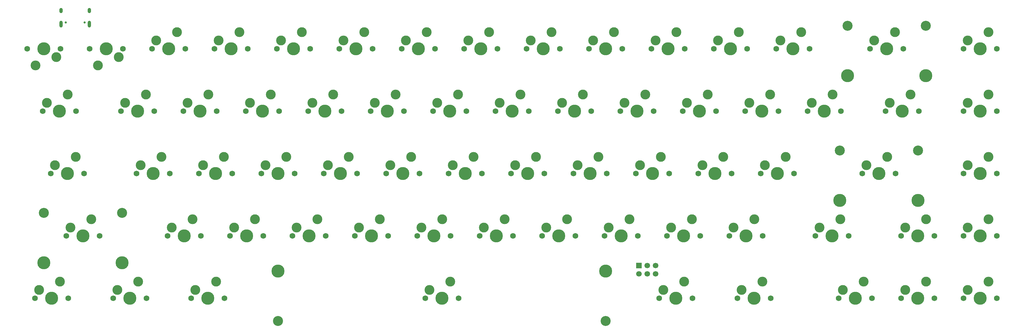
<source format=gbr>
G04 #@! TF.GenerationSoftware,KiCad,Pcbnew,(5.1.12)-1*
G04 #@! TF.CreationDate,2022-01-22T22:18:12+07:00*
G04 #@! TF.ProjectId,PCB,5043422e-6b69-4636-9164-5f7063625858,rev?*
G04 #@! TF.SameCoordinates,Original*
G04 #@! TF.FileFunction,Soldermask,Top*
G04 #@! TF.FilePolarity,Negative*
%FSLAX46Y46*%
G04 Gerber Fmt 4.6, Leading zero omitted, Abs format (unit mm)*
G04 Created by KiCad (PCBNEW (5.1.12)-1) date 2022-01-22 22:18:12*
%MOMM*%
%LPD*%
G01*
G04 APERTURE LIST*
%ADD10C,1.750000*%
%ADD11C,3.000000*%
%ADD12C,3.987800*%
%ADD13C,3.048000*%
%ADD14C,0.650000*%
%ADD15O,1.000000X2.100000*%
%ADD16O,1.000000X1.600000*%
%ADD17R,1.700000X1.700000*%
%ADD18C,1.700000*%
G04 APERTURE END LIST*
D10*
X231298750Y-109537500D03*
X221138750Y-109537500D03*
D11*
X222408750Y-106997500D03*
D12*
X226218750Y-109537500D03*
D11*
X228758750Y-104457500D03*
D10*
X40798750Y-109537500D03*
X30638750Y-109537500D03*
D11*
X31908750Y-106997500D03*
D12*
X35718750Y-109537500D03*
D11*
X38258750Y-104457500D03*
D12*
X104781350Y-101282500D03*
X204781150Y-101282500D03*
D13*
X104781350Y-116522500D03*
X204781150Y-116522500D03*
D10*
X159861250Y-109537500D03*
X149701250Y-109537500D03*
D11*
X150971250Y-106997500D03*
D12*
X154781250Y-109537500D03*
D11*
X157321250Y-104457500D03*
D14*
X45752500Y-25300000D03*
X39972500Y-25300000D03*
D15*
X38542500Y-25830000D03*
X47182500Y-25830000D03*
D16*
X38542500Y-21650000D03*
X47182500Y-21650000D03*
D10*
X324167500Y-109537500D03*
X314007500Y-109537500D03*
D11*
X315277500Y-106997500D03*
D12*
X319087500Y-109537500D03*
D11*
X321627500Y-104457500D03*
D10*
X305117500Y-109537500D03*
X294957500Y-109537500D03*
D11*
X296227500Y-106997500D03*
D12*
X300037500Y-109537500D03*
D11*
X302577500Y-104457500D03*
D10*
X286067500Y-109537500D03*
X275907500Y-109537500D03*
D11*
X277177500Y-106997500D03*
D12*
X280987500Y-109537500D03*
D11*
X283527500Y-104457500D03*
D10*
X255111250Y-109537500D03*
X244951250Y-109537500D03*
D11*
X246221250Y-106997500D03*
D12*
X250031250Y-109537500D03*
D11*
X252571250Y-104457500D03*
D10*
X88423750Y-109537500D03*
X78263750Y-109537500D03*
D11*
X79533750Y-106997500D03*
D12*
X83343750Y-109537500D03*
D11*
X85883750Y-104457500D03*
D10*
X64611250Y-109537500D03*
X54451250Y-109537500D03*
D11*
X55721250Y-106997500D03*
D12*
X59531250Y-109537500D03*
D11*
X62071250Y-104457500D03*
D10*
X324167500Y-90487500D03*
X314007500Y-90487500D03*
D11*
X315277500Y-87947500D03*
D12*
X319087500Y-90487500D03*
D11*
X321627500Y-85407500D03*
D10*
X305117500Y-90487500D03*
X294957500Y-90487500D03*
D11*
X296227500Y-87947500D03*
D12*
X300037500Y-90487500D03*
D11*
X302577500Y-85407500D03*
D10*
X278923750Y-90487500D03*
X268763750Y-90487500D03*
D11*
X270033750Y-87947500D03*
D12*
X273843750Y-90487500D03*
D11*
X276383750Y-85407500D03*
D10*
X252730000Y-90487500D03*
X242570000Y-90487500D03*
D11*
X243840000Y-87947500D03*
D12*
X247650000Y-90487500D03*
D11*
X250190000Y-85407500D03*
D10*
X233680000Y-90487500D03*
X223520000Y-90487500D03*
D11*
X224790000Y-87947500D03*
D12*
X228600000Y-90487500D03*
D11*
X231140000Y-85407500D03*
D10*
X214630000Y-90487500D03*
X204470000Y-90487500D03*
D11*
X205740000Y-87947500D03*
D12*
X209550000Y-90487500D03*
D11*
X212090000Y-85407500D03*
D10*
X195580000Y-90487500D03*
X185420000Y-90487500D03*
D11*
X186690000Y-87947500D03*
D12*
X190500000Y-90487500D03*
D11*
X193040000Y-85407500D03*
D10*
X176530000Y-90487500D03*
X166370000Y-90487500D03*
D11*
X167640000Y-87947500D03*
D12*
X171450000Y-90487500D03*
D11*
X173990000Y-85407500D03*
D10*
X157480000Y-90487500D03*
X147320000Y-90487500D03*
D11*
X148590000Y-87947500D03*
D12*
X152400000Y-90487500D03*
D11*
X154940000Y-85407500D03*
D10*
X138430000Y-90487500D03*
X128270000Y-90487500D03*
D11*
X129540000Y-87947500D03*
D12*
X133350000Y-90487500D03*
D11*
X135890000Y-85407500D03*
D10*
X119380000Y-90487500D03*
X109220000Y-90487500D03*
D11*
X110490000Y-87947500D03*
D12*
X114300000Y-90487500D03*
D11*
X116840000Y-85407500D03*
D10*
X100330000Y-90487500D03*
X90170000Y-90487500D03*
D11*
X91440000Y-87947500D03*
D12*
X95250000Y-90487500D03*
D11*
X97790000Y-85407500D03*
D10*
X81280000Y-90487500D03*
X71120000Y-90487500D03*
D11*
X72390000Y-87947500D03*
D12*
X76200000Y-90487500D03*
D11*
X78740000Y-85407500D03*
D12*
X33305750Y-98742500D03*
X57181750Y-98742500D03*
D13*
X33305750Y-83502500D03*
X57181750Y-83502500D03*
D10*
X50323750Y-90487500D03*
X40163750Y-90487500D03*
D11*
X41433750Y-87947500D03*
D12*
X45243750Y-90487500D03*
D11*
X47783750Y-85407500D03*
D10*
X324167500Y-71437500D03*
X314007500Y-71437500D03*
D11*
X315277500Y-68897500D03*
D12*
X319087500Y-71437500D03*
D11*
X321627500Y-66357500D03*
D12*
X276193250Y-79692500D03*
X300069250Y-79692500D03*
D13*
X276193250Y-64452500D03*
X300069250Y-64452500D03*
D10*
X293211250Y-71437500D03*
X283051250Y-71437500D03*
D11*
X284321250Y-68897500D03*
D12*
X288131250Y-71437500D03*
D11*
X290671250Y-66357500D03*
D10*
X262255000Y-71437500D03*
X252095000Y-71437500D03*
D11*
X253365000Y-68897500D03*
D12*
X257175000Y-71437500D03*
D11*
X259715000Y-66357500D03*
D10*
X243205000Y-71437500D03*
X233045000Y-71437500D03*
D11*
X234315000Y-68897500D03*
D12*
X238125000Y-71437500D03*
D11*
X240665000Y-66357500D03*
D10*
X224155000Y-71437500D03*
X213995000Y-71437500D03*
D11*
X215265000Y-68897500D03*
D12*
X219075000Y-71437500D03*
D11*
X221615000Y-66357500D03*
D10*
X205105000Y-71437500D03*
X194945000Y-71437500D03*
D11*
X196215000Y-68897500D03*
D12*
X200025000Y-71437500D03*
D11*
X202565000Y-66357500D03*
D10*
X186055000Y-71437500D03*
X175895000Y-71437500D03*
D11*
X177165000Y-68897500D03*
D12*
X180975000Y-71437500D03*
D11*
X183515000Y-66357500D03*
D10*
X167005000Y-71437500D03*
X156845000Y-71437500D03*
D11*
X158115000Y-68897500D03*
D12*
X161925000Y-71437500D03*
D11*
X164465000Y-66357500D03*
D10*
X147955000Y-71437500D03*
X137795000Y-71437500D03*
D11*
X139065000Y-68897500D03*
D12*
X142875000Y-71437500D03*
D11*
X145415000Y-66357500D03*
D10*
X128905000Y-71437500D03*
X118745000Y-71437500D03*
D11*
X120015000Y-68897500D03*
D12*
X123825000Y-71437500D03*
D11*
X126365000Y-66357500D03*
D10*
X109855000Y-71437500D03*
X99695000Y-71437500D03*
D11*
X100965000Y-68897500D03*
D12*
X104775000Y-71437500D03*
D11*
X107315000Y-66357500D03*
D10*
X90805000Y-71437500D03*
X80645000Y-71437500D03*
D11*
X81915000Y-68897500D03*
D12*
X85725000Y-71437500D03*
D11*
X88265000Y-66357500D03*
D10*
X71755000Y-71437500D03*
X61595000Y-71437500D03*
D11*
X62865000Y-68897500D03*
D12*
X66675000Y-71437500D03*
D11*
X69215000Y-66357500D03*
D10*
X45561250Y-71437500D03*
X35401250Y-71437500D03*
D11*
X36671250Y-68897500D03*
D12*
X40481250Y-71437500D03*
D11*
X43021250Y-66357500D03*
D10*
X324167500Y-52387500D03*
X314007500Y-52387500D03*
D11*
X315277500Y-49847500D03*
D12*
X319087500Y-52387500D03*
D11*
X321627500Y-47307500D03*
X297815000Y-47307500D03*
D12*
X295275000Y-52387500D03*
D11*
X291465000Y-49847500D03*
D10*
X290195000Y-52387500D03*
X300355000Y-52387500D03*
X276542500Y-52387500D03*
X266382500Y-52387500D03*
D11*
X267652500Y-49847500D03*
D12*
X271462500Y-52387500D03*
D11*
X274002500Y-47307500D03*
D10*
X257492500Y-52387500D03*
X247332500Y-52387500D03*
D11*
X248602500Y-49847500D03*
D12*
X252412500Y-52387500D03*
D11*
X254952500Y-47307500D03*
D10*
X238442500Y-52387500D03*
X228282500Y-52387500D03*
D11*
X229552500Y-49847500D03*
D12*
X233362500Y-52387500D03*
D11*
X235902500Y-47307500D03*
D10*
X219392500Y-52387500D03*
X209232500Y-52387500D03*
D11*
X210502500Y-49847500D03*
D12*
X214312500Y-52387500D03*
D11*
X216852500Y-47307500D03*
D10*
X200342500Y-52387500D03*
X190182500Y-52387500D03*
D11*
X191452500Y-49847500D03*
D12*
X195262500Y-52387500D03*
D11*
X197802500Y-47307500D03*
D10*
X181292500Y-52387500D03*
X171132500Y-52387500D03*
D11*
X172402500Y-49847500D03*
D12*
X176212500Y-52387500D03*
D11*
X178752500Y-47307500D03*
D10*
X162242500Y-52387500D03*
X152082500Y-52387500D03*
D11*
X153352500Y-49847500D03*
D12*
X157162500Y-52387500D03*
D11*
X159702500Y-47307500D03*
D10*
X143192500Y-52387500D03*
X133032500Y-52387500D03*
D11*
X134302500Y-49847500D03*
D12*
X138112500Y-52387500D03*
D11*
X140652500Y-47307500D03*
D10*
X124142500Y-52387500D03*
X113982500Y-52387500D03*
D11*
X115252500Y-49847500D03*
D12*
X119062500Y-52387500D03*
D11*
X121602500Y-47307500D03*
D10*
X105092500Y-52387500D03*
X94932500Y-52387500D03*
D11*
X96202500Y-49847500D03*
D12*
X100012500Y-52387500D03*
D11*
X102552500Y-47307500D03*
D10*
X86042500Y-52387500D03*
X75882500Y-52387500D03*
D11*
X77152500Y-49847500D03*
D12*
X80962500Y-52387500D03*
D11*
X83502500Y-47307500D03*
D10*
X66992500Y-52387500D03*
X56832500Y-52387500D03*
D11*
X58102500Y-49847500D03*
D12*
X61912500Y-52387500D03*
D11*
X64452500Y-47307500D03*
X40640000Y-47307500D03*
D12*
X38100000Y-52387500D03*
D11*
X34290000Y-49847500D03*
D10*
X33020000Y-52387500D03*
X43180000Y-52387500D03*
X324167500Y-33337500D03*
X314007500Y-33337500D03*
D11*
X315277500Y-30797500D03*
D12*
X319087500Y-33337500D03*
D11*
X321627500Y-28257500D03*
D12*
X278574500Y-41592500D03*
X302450500Y-41592500D03*
D13*
X278574500Y-26352500D03*
X302450500Y-26352500D03*
D10*
X295592500Y-33337500D03*
X285432500Y-33337500D03*
D11*
X286702500Y-30797500D03*
D12*
X290512500Y-33337500D03*
D11*
X293052500Y-28257500D03*
D10*
X267017500Y-33337500D03*
X256857500Y-33337500D03*
D11*
X258127500Y-30797500D03*
D12*
X261937500Y-33337500D03*
D11*
X264477500Y-28257500D03*
D10*
X247967500Y-33337500D03*
X237807500Y-33337500D03*
D11*
X239077500Y-30797500D03*
D12*
X242887500Y-33337500D03*
D11*
X245427500Y-28257500D03*
D10*
X228917500Y-33337500D03*
X218757500Y-33337500D03*
D11*
X220027500Y-30797500D03*
D12*
X223837500Y-33337500D03*
D11*
X226377500Y-28257500D03*
D10*
X209867500Y-33337500D03*
X199707500Y-33337500D03*
D11*
X200977500Y-30797500D03*
D12*
X204787500Y-33337500D03*
D11*
X207327500Y-28257500D03*
D10*
X190817500Y-33337500D03*
X180657500Y-33337500D03*
D11*
X181927500Y-30797500D03*
D12*
X185737500Y-33337500D03*
D11*
X188277500Y-28257500D03*
D10*
X171767500Y-33337500D03*
X161607500Y-33337500D03*
D11*
X162877500Y-30797500D03*
D12*
X166687500Y-33337500D03*
D11*
X169227500Y-28257500D03*
D10*
X152717500Y-33337500D03*
X142557500Y-33337500D03*
D11*
X143827500Y-30797500D03*
D12*
X147637500Y-33337500D03*
D11*
X150177500Y-28257500D03*
D10*
X133667500Y-33337500D03*
X123507500Y-33337500D03*
D11*
X124777500Y-30797500D03*
D12*
X128587500Y-33337500D03*
D11*
X131127500Y-28257500D03*
D10*
X114617500Y-33337500D03*
X104457500Y-33337500D03*
D11*
X105727500Y-30797500D03*
D12*
X109537500Y-33337500D03*
D11*
X112077500Y-28257500D03*
D10*
X95567500Y-33337500D03*
X85407500Y-33337500D03*
D11*
X86677500Y-30797500D03*
D12*
X90487500Y-33337500D03*
D11*
X93027500Y-28257500D03*
D10*
X76517500Y-33337500D03*
X66357500Y-33337500D03*
D11*
X67627500Y-30797500D03*
D12*
X71437500Y-33337500D03*
D11*
X73977500Y-28257500D03*
D10*
X47307500Y-33337500D03*
X57467500Y-33337500D03*
D11*
X56197500Y-35877500D03*
D12*
X52387500Y-33337500D03*
D11*
X49847500Y-38417500D03*
D10*
X28257500Y-33337500D03*
X38417500Y-33337500D03*
D11*
X37147500Y-35877500D03*
D12*
X33337500Y-33337500D03*
D11*
X30797500Y-38417500D03*
D17*
X214947500Y-99536250D03*
D18*
X214947500Y-102076250D03*
X217487500Y-99536250D03*
X217487500Y-102076250D03*
X220027500Y-99536250D03*
X220027500Y-102076250D03*
M02*

</source>
